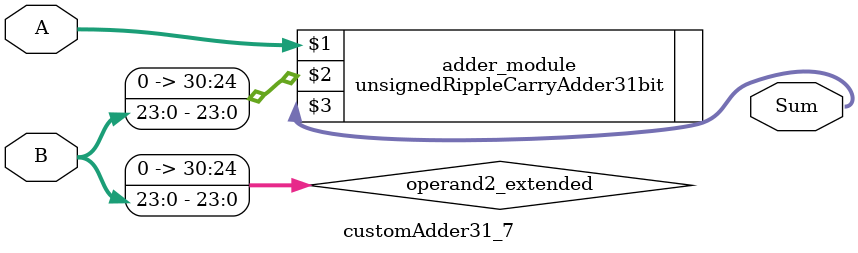
<source format=v>

module customAdder31_7(
                    input [30 : 0] A,
                    input [23 : 0] B,
                    
                    output [31 : 0] Sum
            );

    wire [30 : 0] operand2_extended;
    
    assign operand2_extended =  {7'b0, B};
    
    unsignedRippleCarryAdder31bit adder_module(
        A,
        operand2_extended,
        Sum
    );
    
endmodule
        
</source>
